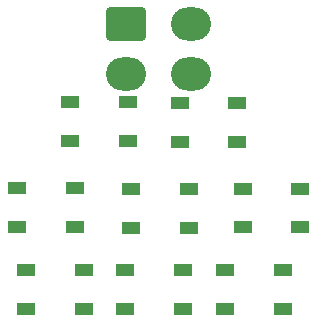
<source format=gbr>
%TF.GenerationSoftware,KiCad,Pcbnew,(6.0.9)*%
%TF.CreationDate,2023-04-01T13:56:00-08:00*%
%TF.ProjectId,JETT STATION SELECT PLACARD,4a455454-2053-4544-9154-494f4e205345,3*%
%TF.SameCoordinates,Original*%
%TF.FileFunction,Soldermask,Top*%
%TF.FilePolarity,Negative*%
%FSLAX46Y46*%
G04 Gerber Fmt 4.6, Leading zero omitted, Abs format (unit mm)*
G04 Created by KiCad (PCBNEW (6.0.9)) date 2023-04-01 13:56:01*
%MOMM*%
%LPD*%
G01*
G04 APERTURE LIST*
G04 Aperture macros list*
%AMRoundRect*
0 Rectangle with rounded corners*
0 $1 Rounding radius*
0 $2 $3 $4 $5 $6 $7 $8 $9 X,Y pos of 4 corners*
0 Add a 4 corners polygon primitive as box body*
4,1,4,$2,$3,$4,$5,$6,$7,$8,$9,$2,$3,0*
0 Add four circle primitives for the rounded corners*
1,1,$1+$1,$2,$3*
1,1,$1+$1,$4,$5*
1,1,$1+$1,$6,$7*
1,1,$1+$1,$8,$9*
0 Add four rect primitives between the rounded corners*
20,1,$1+$1,$2,$3,$4,$5,0*
20,1,$1+$1,$4,$5,$6,$7,0*
20,1,$1+$1,$6,$7,$8,$9,0*
20,1,$1+$1,$8,$9,$2,$3,0*%
G04 Aperture macros list end*
%ADD10RoundRect,0.050000X-0.750000X-0.450000X0.750000X-0.450000X0.750000X0.450000X-0.750000X0.450000X0*%
%ADD11RoundRect,0.300001X-1.399999X1.099999X-1.399999X-1.099999X1.399999X-1.099999X1.399999X1.099999X0*%
%ADD12O,3.400000X2.800000*%
G04 APERTURE END LIST*
D10*
%TO.C,D1*%
X140360000Y-90780400D03*
X140360000Y-94080400D03*
X145260000Y-94080400D03*
X145260000Y-90780400D03*
%TD*%
%TO.C,D2*%
X149606000Y-90831200D03*
X149606000Y-94131200D03*
X154506000Y-94131200D03*
X154506000Y-90831200D03*
%TD*%
%TO.C,D3*%
X135839000Y-98044800D03*
X135839000Y-101344800D03*
X140739000Y-101344800D03*
X140739000Y-98044800D03*
%TD*%
%TO.C,D4*%
X145491000Y-98146400D03*
X145491000Y-101446400D03*
X150391000Y-101446400D03*
X150391000Y-98146400D03*
%TD*%
%TO.C,D5*%
X154940000Y-98095600D03*
X154940000Y-101395600D03*
X159840000Y-101395600D03*
X159840000Y-98095600D03*
%TD*%
%TO.C,D6*%
X136578000Y-104954000D03*
X136578000Y-108254000D03*
X141478000Y-108254000D03*
X141478000Y-104954000D03*
%TD*%
%TO.C,D7*%
X145011000Y-104954000D03*
X145011000Y-108254000D03*
X149911000Y-108254000D03*
X149911000Y-104954000D03*
%TD*%
%TO.C,D8*%
X153455000Y-105030000D03*
X153455000Y-108330000D03*
X158355000Y-108330000D03*
X158355000Y-105030000D03*
%TD*%
D11*
%TO.C,J1*%
X145034000Y-84192000D03*
D12*
X145034000Y-88392000D03*
X150534000Y-84192000D03*
X150534000Y-88392000D03*
%TD*%
M02*

</source>
